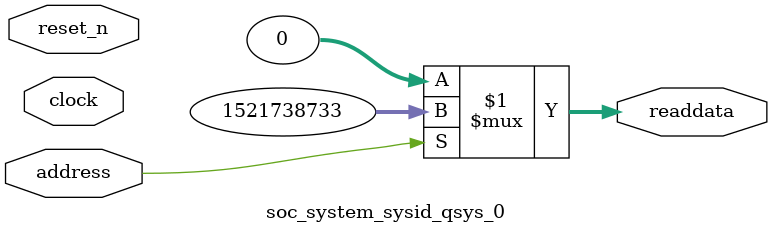
<source format=v>



// synthesis translate_off
`timescale 1ns / 1ps
// synthesis translate_on

// turn off superfluous verilog processor warnings 
// altera message_level Level1 
// altera message_off 10034 10035 10036 10037 10230 10240 10030 

module soc_system_sysid_qsys_0 (
               // inputs:
                address,
                clock,
                reset_n,

               // outputs:
                readdata
             )
;

  output  [ 31: 0] readdata;
  input            address;
  input            clock;
  input            reset_n;

  wire    [ 31: 0] readdata;
  //control_slave, which is an e_avalon_slave
  assign readdata = address ? 1521738733 : 0;

endmodule



</source>
